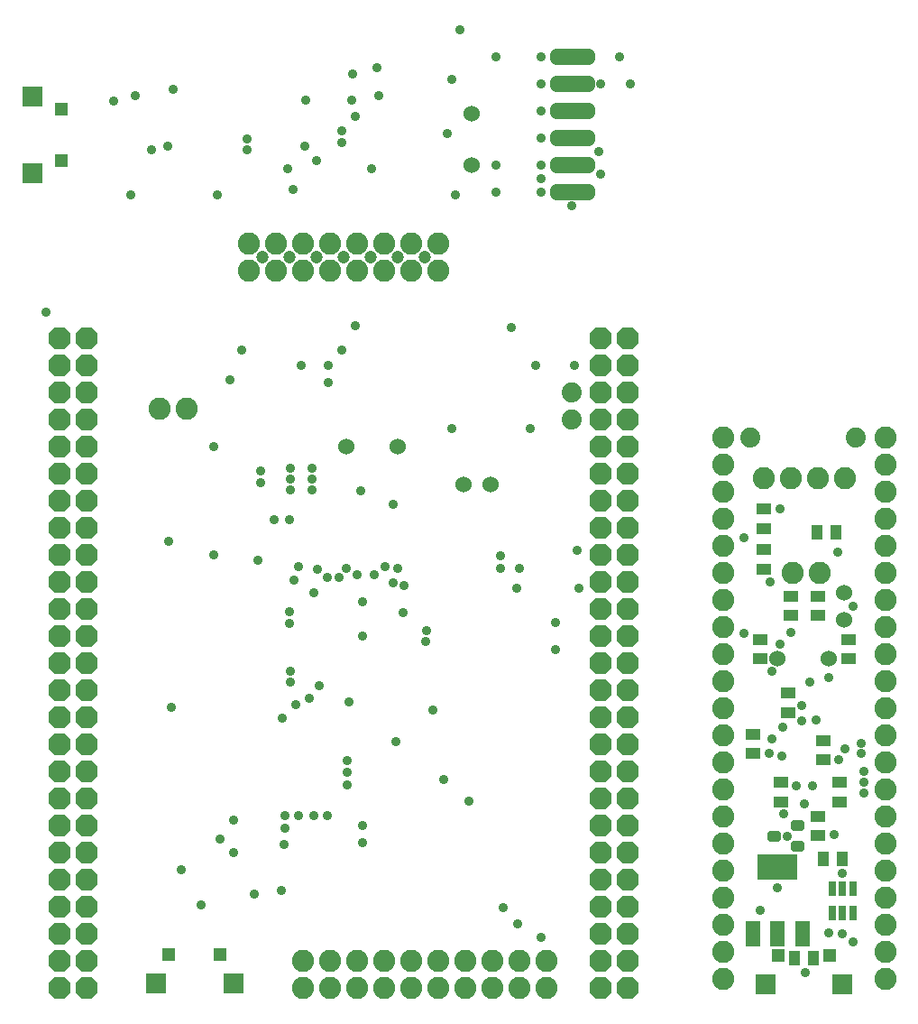
<source format=gbr>
G75*
%MOIN*%
%OFA0B0*%
%FSLAX25Y25*%
%IPPOS*%
%LPD*%
%AMOC8*
5,1,8,0,0,1.08239X$1,22.5*
%
%ADD10C,0.04737*%
%ADD11OC8,0.08200*%
%ADD12C,0.08200*%
%ADD13C,0.06000*%
%ADD14R,0.04800X0.04800*%
%ADD15R,0.07800X0.07800*%
%ADD16C,0.04350*%
%ADD17R,0.05524X0.03950*%
%ADD18R,0.03950X0.05524*%
%ADD19R,0.05600X0.09600*%
%ADD20R,0.14973X0.09461*%
%ADD21R,0.03162X0.05524*%
%ADD22C,0.01975*%
%ADD23C,0.03600*%
%ADD24C,0.07400*%
D10*
X0094353Y0277500D03*
X0104353Y0277500D03*
X0114353Y0277500D03*
X0124353Y0277500D03*
X0134353Y0277500D03*
X0144353Y0277500D03*
X0154353Y0277500D03*
D11*
X0019353Y0007500D03*
X0029353Y0007500D03*
X0029353Y0017500D03*
X0029353Y0027500D03*
X0029353Y0037500D03*
X0029353Y0047500D03*
X0029353Y0057500D03*
X0029353Y0067500D03*
X0029353Y0077500D03*
X0029353Y0087500D03*
X0029353Y0097500D03*
X0029353Y0107500D03*
X0029353Y0117500D03*
X0029353Y0127500D03*
X0029353Y0137500D03*
X0029353Y0147500D03*
X0029353Y0157500D03*
X0029353Y0167500D03*
X0029353Y0177500D03*
X0029353Y0187500D03*
X0029353Y0197500D03*
X0029353Y0207500D03*
X0029353Y0217500D03*
X0029353Y0227500D03*
X0029353Y0237500D03*
X0029353Y0247500D03*
X0019353Y0247500D03*
X0019353Y0237500D03*
X0019353Y0227500D03*
X0019353Y0217500D03*
X0019353Y0207500D03*
X0019353Y0197500D03*
X0019353Y0187500D03*
X0019353Y0177500D03*
X0019353Y0167500D03*
X0019353Y0157500D03*
X0019353Y0147500D03*
X0019353Y0137500D03*
X0019353Y0127500D03*
X0019353Y0117500D03*
X0019353Y0107500D03*
X0019353Y0097500D03*
X0019353Y0087500D03*
X0019353Y0077500D03*
X0019353Y0067500D03*
X0019353Y0057500D03*
X0019353Y0047500D03*
X0019353Y0037500D03*
X0019353Y0027500D03*
X0019353Y0017500D03*
X0219353Y0017500D03*
X0229353Y0017500D03*
X0229353Y0007500D03*
X0219353Y0007500D03*
X0219353Y0027500D03*
X0219353Y0037500D03*
X0229353Y0037500D03*
X0229353Y0027500D03*
X0229353Y0047500D03*
X0229353Y0057500D03*
X0229353Y0067500D03*
X0229353Y0077500D03*
X0229353Y0087500D03*
X0229353Y0097500D03*
X0229353Y0107500D03*
X0229353Y0117500D03*
X0229353Y0127500D03*
X0229353Y0137500D03*
X0229353Y0147500D03*
X0229353Y0157500D03*
X0229353Y0167500D03*
X0229353Y0177500D03*
X0229353Y0187500D03*
X0229353Y0197500D03*
X0229353Y0207500D03*
X0229353Y0217500D03*
X0229353Y0227500D03*
X0229353Y0237500D03*
X0229353Y0247500D03*
X0219353Y0247500D03*
X0219353Y0237500D03*
X0219353Y0227500D03*
X0219353Y0217500D03*
X0219353Y0207500D03*
X0219353Y0197500D03*
X0219353Y0187500D03*
X0219353Y0177500D03*
X0219353Y0167500D03*
X0219353Y0157500D03*
X0219353Y0147500D03*
X0219353Y0137500D03*
X0219353Y0127500D03*
X0219353Y0117500D03*
X0219353Y0107500D03*
X0219353Y0097500D03*
X0219353Y0087500D03*
X0219353Y0077500D03*
X0219353Y0067500D03*
X0219353Y0057500D03*
X0219353Y0047500D03*
D12*
X0199353Y0017500D03*
X0199353Y0007500D03*
X0189353Y0007500D03*
X0189353Y0017500D03*
X0179353Y0017500D03*
X0179353Y0007500D03*
X0169353Y0007500D03*
X0169353Y0017500D03*
X0159353Y0017500D03*
X0149353Y0017500D03*
X0149353Y0007500D03*
X0159353Y0007500D03*
X0139353Y0007500D03*
X0139353Y0017500D03*
X0129353Y0017500D03*
X0129353Y0007500D03*
X0119353Y0007500D03*
X0119353Y0017500D03*
X0109353Y0017500D03*
X0109353Y0007500D03*
X0264603Y0010750D03*
X0264603Y0020750D03*
X0264603Y0030750D03*
X0264603Y0040750D03*
X0264603Y0050750D03*
X0264603Y0060750D03*
X0264603Y0070750D03*
X0264603Y0080750D03*
X0264603Y0090750D03*
X0264603Y0100750D03*
X0264603Y0110750D03*
X0264603Y0120750D03*
X0264603Y0130750D03*
X0264603Y0140750D03*
X0264603Y0150750D03*
X0264603Y0160750D03*
X0264603Y0170750D03*
X0264603Y0180750D03*
X0264603Y0190750D03*
X0264603Y0200750D03*
X0264603Y0210750D03*
X0279603Y0195750D03*
X0289603Y0195750D03*
X0299603Y0195750D03*
X0309603Y0195750D03*
X0324603Y0190750D03*
X0324603Y0180750D03*
X0324603Y0170750D03*
X0324603Y0160750D03*
X0324603Y0150750D03*
X0324603Y0140750D03*
X0324603Y0130750D03*
X0324603Y0120750D03*
X0324603Y0110750D03*
X0324603Y0100750D03*
X0324603Y0090750D03*
X0324603Y0080750D03*
X0324603Y0070750D03*
X0324603Y0060750D03*
X0324603Y0050750D03*
X0324603Y0040750D03*
X0324603Y0030750D03*
X0324603Y0020750D03*
X0324603Y0010750D03*
X0300353Y0160750D03*
X0290353Y0160750D03*
X0324603Y0200750D03*
X0324603Y0210750D03*
X0159353Y0272500D03*
X0159353Y0282500D03*
X0149353Y0282500D03*
X0149353Y0272500D03*
X0139353Y0272500D03*
X0139353Y0282500D03*
X0129353Y0282500D03*
X0129353Y0272500D03*
X0119353Y0272500D03*
X0119353Y0282500D03*
X0109353Y0282500D03*
X0109353Y0272500D03*
X0099353Y0272500D03*
X0099353Y0282500D03*
X0089353Y0282500D03*
X0089353Y0272500D03*
X0066353Y0221500D03*
X0056353Y0221500D03*
D13*
X0125353Y0207500D03*
X0144353Y0207500D03*
X0168853Y0193500D03*
X0178853Y0193500D03*
X0171853Y0311500D03*
X0171853Y0330500D03*
X0309353Y0153500D03*
X0309353Y0143500D03*
X0303853Y0129000D03*
X0284853Y0129000D03*
D14*
X0285103Y0019500D03*
X0304103Y0019500D03*
X0078853Y0019750D03*
X0059853Y0019750D03*
X0020103Y0313000D03*
X0020103Y0332000D03*
D15*
X0009353Y0336750D03*
X0009353Y0308250D03*
X0055103Y0009000D03*
X0083603Y0009000D03*
X0280353Y0008750D03*
X0308853Y0008750D03*
D16*
X0202754Y0300775D02*
X0202754Y0302225D01*
X0214952Y0302225D01*
X0214952Y0300775D01*
X0202754Y0300775D01*
X0202754Y0310775D02*
X0202754Y0312225D01*
X0214952Y0312225D01*
X0214952Y0310775D01*
X0202754Y0310775D01*
X0202754Y0320775D02*
X0202754Y0322225D01*
X0214952Y0322225D01*
X0214952Y0320775D01*
X0202754Y0320775D01*
X0202754Y0330775D02*
X0202754Y0332225D01*
X0214952Y0332225D01*
X0214952Y0330775D01*
X0202754Y0330775D01*
X0202754Y0340775D02*
X0202754Y0342225D01*
X0214952Y0342225D01*
X0214952Y0340775D01*
X0202754Y0340775D01*
X0202754Y0350775D02*
X0202754Y0352225D01*
X0214952Y0352225D01*
X0214952Y0350775D01*
X0202754Y0350775D01*
D17*
X0279603Y0184293D03*
X0279603Y0177207D03*
X0279603Y0169293D03*
X0279603Y0162207D03*
X0289603Y0152043D03*
X0289603Y0144957D03*
X0299603Y0144957D03*
X0299603Y0152043D03*
X0311103Y0136043D03*
X0311103Y0128957D03*
X0288853Y0116293D03*
X0288853Y0109207D03*
X0301853Y0098793D03*
X0301853Y0091707D03*
X0307853Y0083293D03*
X0307853Y0076207D03*
X0299853Y0070793D03*
X0299853Y0063707D03*
X0286103Y0076207D03*
X0286103Y0083293D03*
X0275853Y0093957D03*
X0275853Y0101043D03*
X0278353Y0128957D03*
X0278353Y0136043D03*
D18*
X0299309Y0175750D03*
X0306396Y0175750D03*
X0308646Y0055000D03*
X0301559Y0055000D03*
X0298146Y0018500D03*
X0291059Y0018500D03*
D19*
X0293953Y0027550D03*
X0284853Y0027550D03*
X0275753Y0027550D03*
D20*
X0284853Y0051951D03*
D21*
X0305113Y0044000D03*
X0308853Y0044000D03*
X0312593Y0044000D03*
X0312593Y0034945D03*
X0308853Y0034945D03*
X0305113Y0034945D03*
D22*
X0290802Y0058772D02*
X0290802Y0060748D01*
X0293564Y0060748D01*
X0293564Y0058772D01*
X0290802Y0058772D01*
X0290802Y0060746D02*
X0293564Y0060746D01*
X0290802Y0066252D02*
X0290802Y0068228D01*
X0293564Y0068228D01*
X0293564Y0066252D01*
X0290802Y0066252D01*
X0290802Y0068226D02*
X0293564Y0068226D01*
X0282141Y0064488D02*
X0282141Y0062512D01*
X0282141Y0064488D02*
X0284903Y0064488D01*
X0284903Y0062512D01*
X0282141Y0062512D01*
X0282141Y0064486D02*
X0284903Y0064486D01*
D23*
X0288353Y0063500D03*
X0287103Y0071750D03*
X0294603Y0075500D03*
X0291853Y0082000D03*
X0297603Y0082000D03*
X0307353Y0091750D03*
X0309853Y0095750D03*
X0315853Y0094000D03*
X0315853Y0097750D03*
X0316603Y0087500D03*
X0316603Y0083500D03*
X0316603Y0079500D03*
X0305603Y0064000D03*
X0308603Y0049750D03*
X0308853Y0027500D03*
X0312603Y0024250D03*
X0303603Y0027750D03*
X0295103Y0013000D03*
X0278353Y0036000D03*
X0284853Y0044500D03*
X0286353Y0093000D03*
X0281853Y0094000D03*
X0282603Y0099500D03*
X0286853Y0103750D03*
X0293853Y0106000D03*
X0293853Y0111750D03*
X0299103Y0106500D03*
X0296603Y0120500D03*
X0303853Y0122000D03*
X0289603Y0138750D03*
X0285603Y0134500D03*
X0282853Y0124250D03*
X0272353Y0138250D03*
X0282103Y0157250D03*
X0272353Y0173750D03*
X0285603Y0184250D03*
X0307103Y0168500D03*
X0312853Y0148500D03*
X0211353Y0155000D03*
X0210853Y0169000D03*
X0189353Y0162500D03*
X0182353Y0162500D03*
X0182353Y0167000D03*
X0188353Y0155000D03*
X0202853Y0142500D03*
X0202853Y0132500D03*
X0157353Y0110000D03*
X0143853Y0098500D03*
X0125853Y0091500D03*
X0125853Y0087000D03*
X0125853Y0082500D03*
X0118353Y0071000D03*
X0113353Y0071000D03*
X0107853Y0071000D03*
X0102853Y0071000D03*
X0102853Y0066500D03*
X0102353Y0060500D03*
X0101353Y0043500D03*
X0091353Y0042000D03*
X0083853Y0057500D03*
X0078853Y0062500D03*
X0083853Y0069500D03*
X0064353Y0051000D03*
X0071853Y0038000D03*
X0131353Y0061000D03*
X0131353Y0067500D03*
X0161353Y0084500D03*
X0170853Y0076500D03*
X0183353Y0037000D03*
X0188853Y0031000D03*
X0197353Y0026000D03*
X0126353Y0113000D03*
X0115353Y0119000D03*
X0111853Y0114500D03*
X0106853Y0112000D03*
X0101853Y0107000D03*
X0104853Y0120500D03*
X0104853Y0124500D03*
X0104353Y0142000D03*
X0104353Y0146500D03*
X0113353Y0153500D03*
X0118353Y0159000D03*
X0114853Y0162000D03*
X0107853Y0163000D03*
X0106103Y0158000D03*
X0092853Y0165500D03*
X0098853Y0180500D03*
X0104353Y0180500D03*
X0104853Y0191500D03*
X0104853Y0195500D03*
X0104853Y0199500D03*
X0112853Y0199500D03*
X0112853Y0195500D03*
X0112853Y0191500D03*
X0130853Y0191000D03*
X0142853Y0186000D03*
X0139853Y0163000D03*
X0144353Y0162500D03*
X0142853Y0157000D03*
X0146853Y0156000D03*
X0146353Y0146000D03*
X0154884Y0139469D03*
X0154853Y0135500D03*
X0131353Y0137500D03*
X0131353Y0150000D03*
X0129353Y0160000D03*
X0125353Y0162500D03*
X0122853Y0159000D03*
X0135853Y0160000D03*
X0093853Y0194000D03*
X0093853Y0198500D03*
X0076353Y0207500D03*
X0082353Y0232000D03*
X0086853Y0243000D03*
X0108853Y0237500D03*
X0118853Y0237500D03*
X0118853Y0231000D03*
X0123853Y0243000D03*
X0128853Y0252000D03*
X0164353Y0214000D03*
X0193353Y0214000D03*
X0195353Y0237500D03*
X0209853Y0237500D03*
X0186353Y0251500D03*
X0208853Y0296500D03*
X0197353Y0301500D03*
X0197353Y0306500D03*
X0197353Y0311500D03*
X0197353Y0321500D03*
X0197353Y0331500D03*
X0197353Y0341500D03*
X0197353Y0351500D03*
X0180853Y0351500D03*
X0167353Y0361500D03*
X0164353Y0343000D03*
X0162853Y0323000D03*
X0180853Y0311500D03*
X0180853Y0301500D03*
X0165853Y0300500D03*
X0134853Y0310000D03*
X0123853Y0319750D03*
X0123853Y0324125D03*
X0128853Y0329500D03*
X0127353Y0335500D03*
X0127853Y0345000D03*
X0136603Y0347500D03*
X0137353Y0337000D03*
X0114353Y0313000D03*
X0110103Y0318500D03*
X0103853Y0310000D03*
X0105728Y0302250D03*
X0088853Y0317000D03*
X0088853Y0321000D03*
X0077853Y0300500D03*
X0059353Y0318500D03*
X0053478Y0317000D03*
X0039353Y0335000D03*
X0047353Y0337000D03*
X0061353Y0339500D03*
X0045853Y0300500D03*
X0014353Y0257000D03*
X0059853Y0172500D03*
X0076353Y0167500D03*
X0060853Y0111000D03*
X0219353Y0308000D03*
X0218853Y0316500D03*
X0219353Y0341500D03*
X0230353Y0341500D03*
X0226353Y0351500D03*
X0110353Y0335500D03*
D24*
X0208853Y0227250D03*
X0208853Y0217500D03*
X0274603Y0210750D03*
X0313603Y0210750D03*
M02*

</source>
